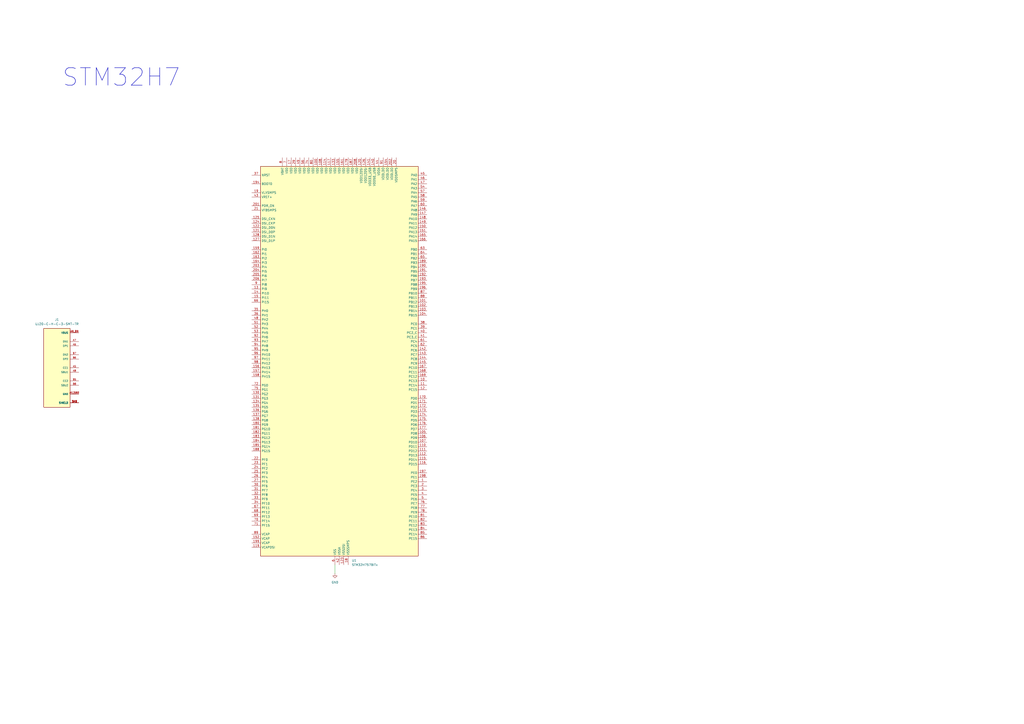
<source format=kicad_sch>
(kicad_sch (version 20250114) (generator "eeschema") (generator_version "9.0")
  (paper "A2")
  (lib_symbols
    (symbol "MCU_ST_STM32H7:STM32H757BITx"
      (property "Reference" "U" (at -45.72 115.57 0))
      (property "Value" "STM32H757BITx" (at 35.56 115.57 0))
      (symbol "STM32H757BITx_0_1"
        (rectangle (start -45.72 -111.76) (end 45.72 114.3) (stroke (width 0.254)) (fill (type background)))
      )
      (symbol "STM32H757BITx_1_1"
        (pin input line (at -50.8 109.22 0) (length 5.08) (name "NRST") (number "37"))
        (pin input line (at -50.8 104.14 0) (length 5.08) (name "BOOT0") (number "194"))
        (pin power_in line (at -50.8 99.06 0) (length 5.08) (name "VLXSMPS") (number "19"))
        (pin input line (at -50.8 96.52 0) (length 5.08) (name "VREF+") (number "43"))
        (pin input line (at -50.8 91.44 0) (length 5.08) (name "PDR_ON") (number "201"))
        (pin input line (at -50.8 88.9 0) (length 5.08) (name "VFBSMPS") (number "21"))
        (pin bidirectional line (at -50.8 83.82 0) (length 5.08) (name "DSI_CKN") (number "125"))
        (pin bidirectional line (at -50.8 81.28 0) (length 5.08) (name "DSI_CKP") (number "124"))
        (pin bidirectional line (at -50.8 78.74 0) (length 5.08) (name "DSI_D0N") (number "122"))
        (pin bidirectional line (at -50.8 76.2 0) (length 5.08) (name "DSI_D0P") (number "121"))
        (pin bidirectional line (at -50.8 73.66 0) (length 5.08) (name "DSI_D1N") (number "128"))
        (pin bidirectional line (at -50.8 71.12 0) (length 5.08) (name "DSI_D1P") (number "127"))
        (pin bidirectional line (at -50.8 66.04 0) (length 5.08) (name "PI0") (number "159"))
        (pin bidirectional line (at -50.8 63.5 0) (length 5.08) (name "PI1") (number "162"))
        (pin bidirectional line (at -50.8 60.96 0) (length 5.08) (name "PI2") (number "163"))
        (pin bidirectional line (at -50.8 58.42 0) (length 5.08) (name "PI3") (number "164"))
        (pin bidirectional line (at -50.8 55.88 0) (length 5.08) (name "PI4") (number "203"))
        (pin bidirectional line (at -50.8 53.34 0) (length 5.08) (name "PI5") (number "204"))
        (pin bidirectional line (at -50.8 50.8 0) (length 5.08) (name "PI6") (number "205"))
        (pin bidirectional line (at -50.8 48.26 0) (length 5.08) (name "PI7") (number "206"))
        (pin bidirectional line (at -50.8 45.72 0) (length 5.08) (name "PI8") (number "9"))
        (pin bidirectional line (at -50.8 43.18 0) (length 5.08) (name "PI9") (number "13"))
        (pin bidirectional line (at -50.8 40.64 0) (length 5.08) (name "PI10") (number "14"))
        (pin bidirectional line (at -50.8 38.1 0) (length 5.08) (name "PI11") (number "15"))
        (pin bidirectional line (at -50.8 35.56 0) (length 5.08) (name "PI15") (number "66"))
        (pin bidirectional line (at -50.8 30.48 0) (length 5.08) (name "PH0") (number "35"))
        (pin bidirectional line (at -50.8 27.94 0) (length 5.08) (name "PH1") (number "36"))
        (pin bidirectional line (at -50.8 25.4 0) (length 5.08) (name "PH2") (number "48"))
        (pin bidirectional line (at -50.8 22.86 0) (length 5.08) (name "PH3") (number "51"))
        (pin bidirectional line (at -50.8 20.32 0) (length 5.08) (name "PH4") (number "52"))
        (pin bidirectional line (at -50.8 17.78 0) (length 5.08) (name "PH5") (number "53"))
        (pin bidirectional line (at -50.8 15.24 0) (length 5.08) (name "PH6") (number "92"))
        (pin bidirectional line (at -50.8 12.7 0) (length 5.08) (name "PH7") (number "93"))
        (pin bidirectional line (at -50.8 10.16 0) (length 5.08) (name "PH8") (number "94"))
        (pin bidirectional line (at -50.8 7.62 0) (length 5.08) (name "PH9") (number "95"))
        (pin bidirectional line (at -50.8 5.08 0) (length 5.08) (name "PH10") (number "96"))
        (pin bidirectional line (at -50.8 2.54 0) (length 5.08) (name "PH11") (number "97"))
        (pin bidirectional line (at -50.8 0 0) (length 5.08) (name "PH12") (number "98"))
        (pin bidirectional line (at -50.8 -2.54 0) (length 5.08) (name "PH13") (number "156"))
        (pin bidirectional line (at -50.8 -5.08 0) (length 5.08) (name "PH14") (number "157"))
        (pin bidirectional line (at -50.8 -7.62 0) (length 5.08) (name "PH15") (number "158"))
        (pin bidirectional line (at -50.8 -12.7 0) (length 5.08) (name "PG0") (number "72"))
        (pin bidirectional line (at -50.8 -15.24 0) (length 5.08) (name "PG1") (number "75"))
        (pin bidirectional line (at -50.8 -17.78 0) (length 5.08) (name "PG2") (number "130"))
        (pin bidirectional line (at -50.8 -20.32 0) (length 5.08) (name "PG3") (number "131"))
        (pin bidirectional line (at -50.8 -22.86 0) (length 5.08) (name "PG4") (number "134"))
        (pin bidirectional line (at -50.8 -25.4 0) (length 5.08) (name "PG5") (number "135"))
        (pin bidirectional line (at -50.8 -27.94 0) (length 5.08) (name "PG6") (number "136"))
        (pin bidirectional line (at -50.8 -30.48 0) (length 5.08) (name "PG7") (number "137"))
        (pin bidirectional line (at -50.8 -33.02 0) (length 5.08) (name "PG8") (number "138"))
        (pin bidirectional line (at -50.8 -35.56 0) (length 5.08) (name "PG9") (number "180"))
        (pin bidirectional line (at -50.8 -38.1 0) (length 5.08) (name "PG10") (number "181"))
        (pin bidirectional line (at -50.8 -40.64 0) (length 5.08) (name "PG11") (number "182"))
        (pin bidirectional line (at -50.8 -43.18 0) (length 5.08) (name "PG12") (number "183"))
        (pin bidirectional line (at -50.8 -45.72 0) (length 5.08) (name "PG13") (number "184"))
        (pin bidirectional line (at -50.8 -48.26 0) (length 5.08) (name "PG14") (number "185"))
        (pin bidirectional line (at -50.8 -50.8 0) (length 5.08) (name "PG15") (number "188"))
        (pin bidirectional line (at -50.8 -55.88 0) (length 5.08) (name "PF0") (number "22"))
        (pin bidirectional line (at -50.8 -58.42 0) (length 5.08) (name "PF1") (number "23"))
        (pin bidirectional line (at -50.8 -60.96 0) (length 5.08) (name "PF2") (number "24"))
        (pin bidirectional line (at -50.8 -63.5 0) (length 5.08) (name "PF3") (number "25"))
        (pin bidirectional line (at -50.8 -66.04 0) (length 5.08) (name "PF4") (number "26"))
        (pin bidirectional line (at -50.8 -68.58 0) (length 5.08) (name "PF5") (number "27"))
        (pin bidirectional line (at -50.8 -71.12 0) (length 5.08) (name "PF6") (number "30"))
        (pin bidirectional line (at -50.8 -73.66 0) (length 5.08) (name "PF7") (number "31"))
        (pin bidirectional line (at -50.8 -76.2 0) (length 5.08) (name "PF8") (number "32"))
        (pin bidirectional line (at -50.8 -78.74 0) (length 5.08) (name "PF9") (number "33"))
        (pin bidirectional line (at -50.8 -81.28 0) (length 5.08) (name "PF10") (number "34"))
        (pin bidirectional line (at -50.8 -83.82 0) (length 5.08) (name "PF11") (number "67"))
        (pin bidirectional line (at -50.8 -86.36 0) (length 5.08) (name "PF12") (number "68"))
        (pin bidirectional line (at -50.8 -88.9 0) (length 5.08) (name "PF13") (number "69"))
        (pin bidirectional line (at -50.8 -91.44 0) (length 5.08) (name "PF14") (number "70"))
        (pin bidirectional line (at -50.8 -93.98 0) (length 5.08) (name "PF15") (number "71"))
        (pin power_out line (at -50.8 -99.06 0) (length 5.08) (name "VCAP") (number "89"))
        (pin power_out line (at -50.8 -101.6 0) (length 5.08) (name "VCAP") (number "152"))
        (pin power_out line (at -50.8 -104.14 0) (length 5.08) (name "VCAP") (number "199"))
        (pin power_out line (at -50.8 -106.68 0) (length 5.08) (name "VCAPDSI") (number "119"))
        (pin power_in line (at -33.02 119.38 270) (length 5.08) (name "VBAT") (number "8"))
        (pin power_in line (at -30.48 119.38 270) (length 5.08) (name "VDD") (number "7"))
        (pin power_in line (at -27.94 119.38 270) (length 5.08) (name "VDD") (number "17"))
        (pin power_in line (at -25.4 119.38 270) (length 5.08) (name "VDD") (number "29"))
        (pin power_in line (at -22.86 119.38 270) (length 5.08) (name "VDD") (number "49"))
        (pin power_in line (at -20.32 119.38 270) (length 5.08) (name "VDD") (number "56"))
        (pin power_in line (at -17.78 119.38 270) (length 5.08) (name "VDD") (number "74"))
        (pin power_in line (at -15.24 119.38 270) (length 5.08) (name "VDD") (number "80"))
        (pin power_in line (at -12.7 119.38 270) (length 5.08) (name "VDD") (number "100"))
        (pin power_in line (at -10.16 119.38 270) (length 5.08) (name "VDD") (number "108"))
        (pin power_in line (at -7.62 119.38 270) (length 5.08) (name "VDD") (number "114"))
        (pin power_in line (at -5.08 119.38 270) (length 5.08) (name "VDD") (number "117"))
        (pin power_in line (at -2.54 119.38 270) (length 5.08) (name "VDD") (number "133"))
        (pin passive line (at -2.54 -116.84 90) (length 5.08) (hide yes) (name "VSS") (number "109"))
        (pin passive line (at -2.54 -116.84 90) (length 5.08) (hide yes) (name "VSS") (number "113"))
        (pin passive line (at -2.54 -116.84 90) (length 5.08) (hide yes) (name "VSS") (number "118"))
        (pin passive line (at -2.54 -116.84 90) (length 5.08) (hide yes) (name "VSS") (number "132"))
        (pin passive line (at -2.54 -116.84 90) (length 5.08) (hide yes) (name "VSS") (number "139"))
        (pin passive line (at -2.54 -116.84 90) (length 5.08) (hide yes) (name "VSS") (number "153"))
        (pin passive line (at -2.54 -116.84 90) (length 5.08) (hide yes) (name "VSS") (number "16"))
        (pin passive line (at -2.54 -116.84 90) (length 5.08) (hide yes) (name "VSS") (number "160"))
        (pin passive line (at -2.54 -116.84 90) (length 5.08) (hide yes) (name "VSS") (number "178"))
        (pin passive line (at -2.54 -116.84 90) (length 5.08) (hide yes) (name "VSS") (number "186"))
        (pin passive line (at -2.54 -116.84 90) (length 5.08) (hide yes) (name "VSS") (number "200"))
        (pin passive line (at -2.54 -116.84 90) (length 5.08) (hide yes) (name "VSS") (number "207"))
        (pin passive line (at -2.54 -116.84 90) (length 5.08) (hide yes) (name "VSS") (number "28"))
        (pin passive line (at -2.54 -116.84 90) (length 5.08) (hide yes) (name "VSS") (number "50"))
        (pin passive line (at -2.54 -116.84 90) (length 5.08) (hide yes) (name "VSS") (number "55"))
        (pin power_in line (at -2.54 -116.84 90) (length 5.08) (name "VSS") (number "6"))
        (pin passive line (at -2.54 -116.84 90) (length 5.08) (hide yes) (name "VSS") (number "73"))
        (pin passive line (at -2.54 -116.84 90) (length 5.08) (hide yes) (name "VSS") (number "79"))
        (pin passive line (at -2.54 -116.84 90) (length 5.08) (hide yes) (name "VSS") (number "90"))
        (pin passive line (at -2.54 -116.84 90) (length 5.08) (hide yes) (name "VSS") (number "99"))
        (pin power_in line (at 0 119.38 270) (length 5.08) (name "VDD") (number "155"))
        (pin power_in line (at 0 -116.84 90) (length 5.08) (name "VSSA") (number "42"))
        (pin power_in line (at 2.54 119.38 270) (length 5.08) (name "VDD") (number "161"))
        (pin power_in line (at 2.54 -116.84 90) (length 5.08) (name "VSSDSI") (number "123"))
        (pin passive line (at 2.54 -116.84 90) (length 5.08) (hide yes) (name "VSSDSI") (number "129"))
        (pin power_in line (at 5.08 119.38 270) (length 5.08) (name "VDD") (number "179"))
        (pin power_in line (at 5.08 -116.84 90) (length 5.08) (name "VSSSMPS") (number "18"))
        (pin power_in line (at 7.62 119.38 270) (length 5.08) (name "VDD") (number "187"))
        (pin power_in line (at 10.16 119.38 270) (length 5.08) (name "VDD") (number "208"))
        (pin power_in line (at 12.7 119.38 270) (length 5.08) (name "VDD12DSI") (number "120"))
        (pin power_in line (at 15.24 119.38 270) (length 5.08) (name "VDD12DSI") (number "126"))
        (pin power_in line (at 17.78 119.38 270) (length 5.08) (name "VDD33_USB") (number "141"))
        (pin power_in line (at 20.32 119.38 270) (length 5.08) (name "VDD50_USB") (number "140"))
        (pin power_in line (at 22.86 119.38 270) (length 5.08) (name "VDDA") (number "44"))
        (pin power_in line (at 25.4 119.38 270) (length 5.08) (name "VDDLDO") (number "91"))
        (pin power_in line (at 27.94 119.38 270) (length 5.08) (name "VDDLDO") (number "154"))
        (pin power_in line (at 30.48 119.38 270) (length 5.08) (name "VDDLDO") (number "202"))
        (pin power_in line (at 33.02 119.38 270) (length 5.08) (name "VDDSMPS") (number "20"))
        (pin bidirectional line (at 50.8 109.22 180) (length 5.08) (name "PA0") (number "45"))
        (pin bidirectional line (at 50.8 106.68 180) (length 5.08) (name "PA1") (number "46"))
        (pin bidirectional line (at 50.8 104.14 180) (length 5.08) (name "PA2") (number "47"))
        (pin bidirectional line (at 50.8 101.6 180) (length 5.08) (name "PA3") (number "54"))
        (pin bidirectional line (at 50.8 99.06 180) (length 5.08) (name "PA4") (number "57"))
        (pin bidirectional line (at 50.8 96.52 180) (length 5.08) (name "PA5") (number "58"))
        (pin bidirectional line (at 50.8 93.98 180) (length 5.08) (name "PA6") (number "59"))
        (pin bidirectional line (at 50.8 91.44 180) (length 5.08) (name "PA7") (number "60"))
        (pin bidirectional line (at 50.8 88.9 180) (length 5.08) (name "PA8") (number "146"))
        (pin bidirectional line (at 50.8 86.36 180) (length 5.08) (name "PA9") (number "147"))
        (pin bidirectional line (at 50.8 83.82 180) (length 5.08) (name "PA10") (number "148"))
        (pin bidirectional line (at 50.8 81.28 180) (length 5.08) (name "PA11") (number "149"))
        (pin bidirectional line (at 50.8 78.74 180) (length 5.08) (name "PA12") (number "150"))
        (pin bidirectional line (at 50.8 76.2 180) (length 5.08) (name "PA13") (number "151"))
        (pin bidirectional line (at 50.8 73.66 180) (length 5.08) (name "PA14") (number "165"))
        (pin bidirectional line (at 50.8 71.12 180) (length 5.08) (name "PA15") (number "166"))
        (pin bidirectional line (at 50.8 66.04 180) (length 5.08) (name "PB0") (number "63"))
        (pin bidirectional line (at 50.8 63.5 180) (length 5.08) (name "PB1") (number "64"))
        (pin bidirectional line (at 50.8 60.96 180) (length 5.08) (name "PB2") (number "65"))
        (pin bidirectional line (at 50.8 58.42 180) (length 5.08) (name "PB3") (number "189"))
        (pin bidirectional line (at 50.8 55.88 180) (length 5.08) (name "PB4") (number "190"))
        (pin bidirectional line (at 50.8 53.34 180) (length 5.08) (name "PB5") (number "191"))
        (pin bidirectional line (at 50.8 50.8 180) (length 5.08) (name "PB6") (number "192"))
        (pin bidirectional line (at 50.8 48.26 180) (length 5.08) (name "PB7") (number "193"))
        (pin bidirectional line (at 50.8 45.72 180) (length 5.08) (name "PB8") (number "195"))
        (pin bidirectional line (at 50.8 43.18 180) (length 5.08) (name "PB9") (number "196"))
        (pin bidirectional line (at 50.8 40.64 180) (length 5.08) (name "PB10") (number "87"))
        (pin bidirectional line (at 50.8 38.1 180) (length 5.08) (name "PB11") (number "88"))
        (pin bidirectional line (at 50.8 35.56 180) (length 5.08) (name "PB12") (number "101"))
        (pin bidirectional line (at 50.8 33.02 180) (length 5.08) (name "PB13") (number "102"))
        (pin bidirectional line (at 50.8 30.48 180) (length 5.08) (name "PB14") (number "103"))
        (pin bidirectional line (at 50.8 27.94 180) (length 5.08) (name "PB15") (number "104"))
        (pin bidirectional line (at 50.8 22.86 180) (length 5.08) (name "PC0") (number "38"))
        (pin bidirectional line (at 50.8 20.32 180) (length 5.08) (name "PC1") (number "39"))
        (pin bidirectional line (at 50.8 17.78 180) (length 5.08) (name "PC2_C") (number "40"))
        (pin bidirectional line (at 50.8 15.24 180) (length 5.08) (name "PC3_C") (number "41"))
        (pin bidirectional line (at 50.8 12.7 180) (length 5.08) (name "PC4") (number "61"))
        (pin bidirectional line (at 50.8 10.16 180) (length 5.08) (name "PC5") (number "62"))
        (pin bidirectional line (at 50.8 7.62 180) (length 5.08) (name "PC6") (number "142"))
        (pin bidirectional line (at 50.8 5.08 180) (length 5.08) (name "PC7") (number "143"))
        (pin bidirectional line (at 50.8 2.54 180) (length 5.08) (name "PC8") (number "144"))
        (pin bidirectional line (at 50.8 0 180) (length 5.08) (name "PC9") (number "145"))
        (pin bidirectional line (at 50.8 -2.54 180) (length 5.08) (name "PC10") (number "167"))
        (pin bidirectional line (at 50.8 -5.08 180) (length 5.08) (name "PC11") (number "168"))
        (pin bidirectional line (at 50.8 -7.62 180) (length 5.08) (name "PC12") (number "169"))
        (pin bidirectional line (at 50.8 -10.16 180) (length 5.08) (name "PC13") (number "10"))
        (pin bidirectional line (at 50.8 -12.7 180) (length 5.08) (name "PC14") (number "11"))
        (pin bidirectional line (at 50.8 -15.24 180) (length 5.08) (name "PC15") (number "12"))
        (pin bidirectional line (at 50.8 -20.32 180) (length 5.08) (name "PD0") (number "170"))
        (pin bidirectional line (at 50.8 -22.86 180) (length 5.08) (name "PD1") (number "171"))
        (pin bidirectional line (at 50.8 -25.4 180) (length 5.08) (name "PD2") (number "172"))
        (pin bidirectional line (at 50.8 -27.94 180) (length 5.08) (name "PD3") (number "173"))
        (pin bidirectional line (at 50.8 -30.48 180) (length 5.08) (name "PD4") (number "174"))
        (pin bidirectional line (at 50.8 -33.02 180) (length 5.08) (name "PD5") (number "175"))
        (pin bidirectional line (at 50.8 -35.56 180) (length 5.08) (name "PD6") (number "176"))
        (pin bidirectional line (at 50.8 -38.1 180) (length 5.08) (name "PD7") (number "177"))
        (pin bidirectional line (at 50.8 -40.64 180) (length 5.08) (name "PD8") (number "105"))
        (pin bidirectional line (at 50.8 -43.18 180) (length 5.08) (name "PD9") (number "106"))
        (pin bidirectional line (at 50.8 -45.72 180) (length 5.08) (name "PD10") (number "107"))
        (pin bidirectional line (at 50.8 -48.26 180) (length 5.08) (name "PD11") (number "110"))
        (pin bidirectional line (at 50.8 -50.8 180) (length 5.08) (name "PD12") (number "111"))
        (pin bidirectional line (at 50.8 -53.34 180) (length 5.08) (name "PD13") (number "112"))
        (pin bidirectional line (at 50.8 -55.88 180) (length 5.08) (name "PD14") (number "115"))
        (pin bidirectional line (at 50.8 -58.42 180) (length 5.08) (name "PD15") (number "116"))
        (pin bidirectional line (at 50.8 -63.5 180) (length 5.08) (name "PE0") (number "197"))
        (pin bidirectional line (at 50.8 -66.04 180) (length 5.08) (name "PE1") (number "198"))
        (pin bidirectional line (at 50.8 -68.58 180) (length 5.08) (name "PE2") (number "1"))
        (pin bidirectional line (at 50.8 -71.12 180) (length 5.08) (name "PE3") (number "2"))
        (pin bidirectional line (at 50.8 -73.66 180) (length 5.08) (name "PE4") (number "3"))
        (pin bidirectional line (at 50.8 -76.2 180) (length 5.08) (name "PE5") (number "4"))
        (pin bidirectional line (at 50.8 -78.74 180) (length 5.08) (name "PE6") (number "5"))
        (pin bidirectional line (at 50.8 -81.28 180) (length 5.08) (name "PE7") (number "76"))
        (pin bidirectional line (at 50.8 -83.82 180) (length 5.08) (name "PE8") (number "77"))
        (pin bidirectional line (at 50.8 -86.36 180) (length 5.08) (name "PE9") (number "78"))
        (pin bidirectional line (at 50.8 -88.9 180) (length 5.08) (name "PE10") (number "81"))
        (pin bidirectional line (at 50.8 -91.44 180) (length 5.08) (name "PE11") (number "82"))
        (pin bidirectional line (at 50.8 -93.98 180) (length 5.08) (name "PE12") (number "83"))
        (pin bidirectional line (at 50.8 -96.52 180) (length 5.08) (name "PE13") (number "84"))
        (pin bidirectional line (at 50.8 -99.06 180) (length 5.08) (name "PE14") (number "85"))
        (pin bidirectional line (at 50.8 -101.6 180) (length 5.08) (name "PE15") (number "86"))
      )
    )
    (symbol "UJ20-C-H-C-3-SMT-TR:UJ20-C-H-C-3-SMT-TR" (pin_names (offset 1.016))
      (property "Reference" "J" (at -7.62 23.622 0))
      (property "Value" "UJ20-C-H-C-3-SMT-TR" (at -7.62 -25.4 0))
      (symbol "UJ20-C-H-C-3-SMT-TR_0_0"
        (rectangle (start -7.62 -22.86) (end 7.62 22.86) (stroke (width 0.254)) (fill (type background)))
        (pin passive line (at 12.7 20.32 180) (length 5.08) (name "VBUS") (number "A4_B9"))
        (pin passive line (at 12.7 20.32 180) (length 5.08) (name "VBUS") (number "A9_B4"))
        (pin passive line (at 12.7 15.24 180) (length 5.08) (name "DN1") (number "A7"))
        (pin passive line (at 12.7 12.7 180) (length 5.08) (name "DP1") (number "A6"))
        (pin passive line (at 12.7 7.62 180) (length 5.08) (name "DN2") (number "B7"))
        (pin passive line (at 12.7 5.08 180) (length 5.08) (name "DP2") (number "B6"))
        (pin passive line (at 12.7 0 180) (length 5.08) (name "CC1") (number "A5"))
        (pin passive line (at 12.7 -2.54 180) (length 5.08) (name "SBU1") (number "A8"))
        (pin passive line (at 12.7 -7.62 180) (length 5.08) (name "CC2") (number "B5"))
        (pin passive line (at 12.7 -10.16 180) (length 5.08) (name "SBU2") (number "B8"))
        (pin passive line (at 12.7 -15.24 180) (length 5.08) (name "GND") (number "A12_B1"))
        (pin passive line (at 12.7 -15.24 180) (length 5.08) (name "GND") (number "A1_B12"))
        (pin passive line (at 12.7 -20.32 180) (length 5.08) (name "SHIELD") (number "SH1"))
        (pin passive line (at 12.7 -20.32 180) (length 5.08) (name "SHIELD") (number "SH2"))
        (pin passive line (at 12.7 -20.32 180) (length 5.08) (name "SHIELD") (number "SH3"))
        (pin passive line (at 12.7 -20.32 180) (length 5.08) (name "SHIELD") (number "SH4"))
      )
    )
    (symbol "power:GND" (power) (pin_numbers (hide yes)) (pin_names (offset 0) (hide yes))
      (property "Value" "GND" (at 0 -3.81 0))
      (symbol "GND_0_1"
        (polyline (pts (xy 0 0) (xy 0 -1.27) (xy 1.27 -1.27) (xy 0 -2.54) (xy -1.27 -1.27) (xy 0 -1.27)))
      )
      (symbol "GND_1_1"
        (pin power_in line (at 0 0 270) (length 0) (name "~") (number "1"))
      )
    )
  )
  (text "STM32H7" (at 70.358 44.958 0) (effects (font (size 10.16 10.16) (thickness 0.254) (bold yes))))
  (wire (pts (xy 194.31 327.66) (xy 194.31 332.74)))
  (symbol (lib_id "MCU_ST_STM32H7:STM32H757BITx") (at 196.85 210.82 0) (unit 1)
    (property "Reference" "U1" (at 204.0733 325.12 0) (effects (justify left)))
    (property "Value" "STM32H757BITx" (at 204.0733 327.66 0) (effects (justify left)))
    (property "Footprint" "Package_QFP:LQFP-208_28x28mm_P0.5mm" (effects (hide yes)))
    (property "Datasheet" "https://www.st.com/resource/en/datasheet/stm32h757bi.pdf" (effects (hide yes)))
    (property "Description" "STMicroelectronics Arm Cortex-M7 MCU, 2048KB flash, 1024KB RAM, 480 MHz, 1.62-3.6V, 141 GPIO, LQFP208" (effects (hide yes)))
  )
  (symbol (lib_id "UJ20-C-H-C-3-SMT-TR:UJ20-C-H-C-3-SMT-TR") (at 33.02 213.36 0) (unit 1)
    (property "Reference" "J1" (at 33.02 185.42 0))
    (property "Value" "UJ20-C-H-C-3-SMT-TR" (at 33.02 187.96 0))
    (property "Footprint" "UJ20-C-H-C-3-SMT-TR:CUI_UJ20-C-H-C-3-SMT-TR" (effects (hide yes)))
    (property "MF" "Same Sky" (effects (hide yes)))
    (property "MAXIMUM_PACKAGE_HEIGHT" "5.2mm" (effects (hide yes)))
    (property "Package" "Package" (effects (hide yes)))
    (property "Price" "None" (effects (hide yes)))
    (property "Check_prices" "https://www.snapeda.com/parts/UJ20-C-H-C-3-SMT-TR/Same+Sky/view-part/?ref=eda" (effects (hide yes)))
    (property "STANDARD" "Manufacturer Recommendations" (effects (hide yes)))
    (property "PARTREV" "1.0" (effects (hide yes)))
    (property "SnapEDA_Link" "https://www.snapeda.com/parts/UJ20-C-H-C-3-SMT-TR/Same+Sky/view-part/?ref=snap" (effects (hide yes)))
    (property "MP" "UJ20-C-H-C-3-SMT-TR" (effects (hide yes)))
    (property "Description_1" "Type-C, USB 2.0, 480 Mbps, 20 Vac, 5 A, Horizontal, Copper Alloy, Surface Mount, Gold Flash, Black Insulator, USB Jack" (effects (hide yes)))
    (property "Availability" "In Stock" (effects (hide yes)))
    (property "MANUFACTURER" "CUI Devices" (effects (hide yes)))
  )
  (symbol (lib_id "power:GND") (at 194.31 332.74 0) (unit 1)
    (property "Reference" "#PWR01" (effects (hide yes)))
    (property "Value" "GND" (at 194.31 337.82 0))
    (property "Description" "Power symbol creates a global label with name \"GND\" , ground" (effects (hide yes)))
  )
)
</source>
